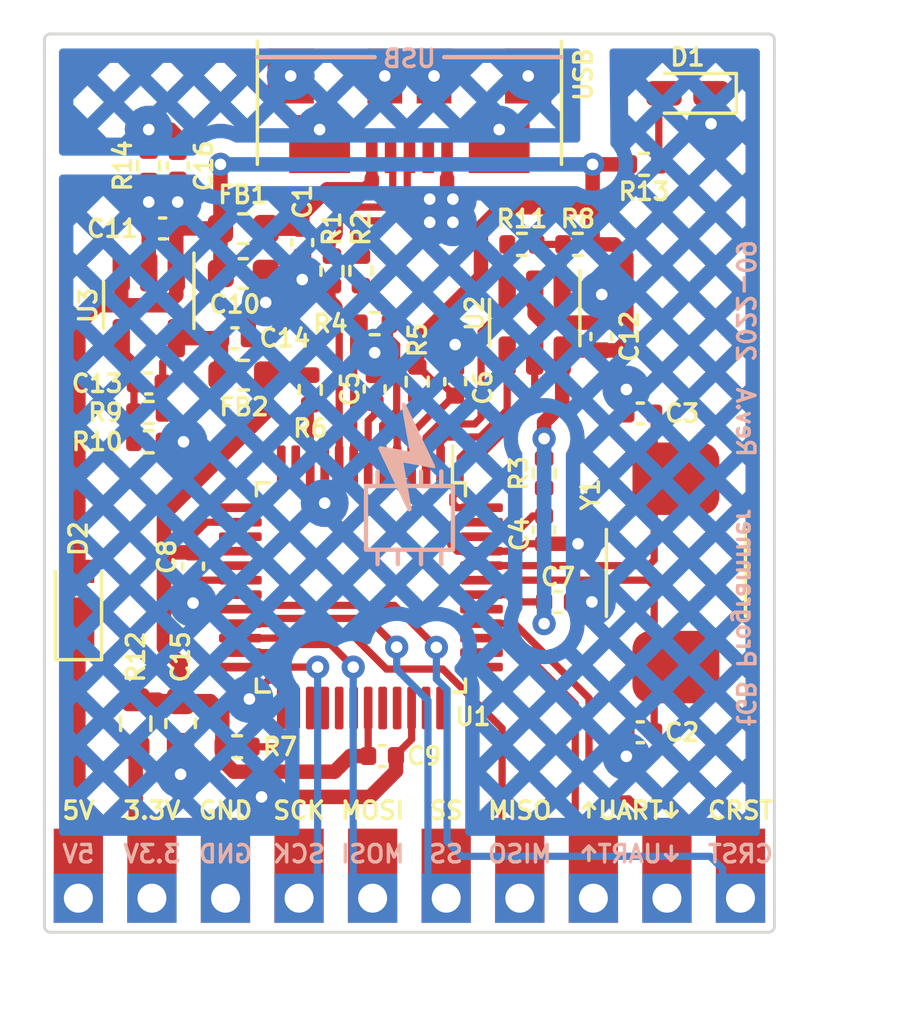
<source format=kicad_pcb>
(kicad_pcb (version 20211014) (generator pcbnew)
  (layers (0 "F.Cu" signal) (31 "B.Cu" signal) (34 "B.Paste" user) (35 "F.Paste" user) (36 "B.SilkS" user "B.Silkscreen") (37 "F.SilkS" user "F.Silkscreen") (38 "B.Mask" user) (39 "F.Mask" user) (44 "Edge.Cuts" user))
  (net 0 "")
  (net 1 "/VBUS")
  (net 2 "GND")
  (net 3 "Net-(C2-Pad1)")
  (net 4 "/AVCC")
  (net 5 "+5V")
  (net 6 "+3V3")
  (net 7 "/3V3VO")
  (net 8 "Net-(C13-Pad2)")
  (net 9 "/USB_DP")
  (net 10 "/+5V_GB")
  (net 12 "/+3V3_GB")
  (net 13 "/SCK")
  (net 14 "/MOSI")
  (net 15 "/SS")
  (net 16 "/MISO")
  (net 17 "/UART_RXD")
  (net 18 "/UART_TXD")
  (net 19 "/~{CRESET}")
  (net 20 "Net-(R4-Pad2)")
  (net 21 "Net-(R5-Pad1)")
  (net 22 "Net-(R6-Pad1)")
  (net 23 "Net-(R7-Pad1)")
  (net 24 "Net-(R11-Pad1)")
  (net 29 "/EEDATA")
  (net 32 "/EECLK")
  (net 35 "/USB_DM")
  (net 46 "/EECS")
  (net 47 "/USB_D-")
  (net 48 "/USB_D+")
  (net 49 "Net-(D1-Pad2)")
  (net 50 "Net-(C5-Pad2)")
  (net 51 "Net-(C3-Pad1)")
  (net 52 "/SHIELD")
  (footprint "Capacitor_SMD:C_0402_1005Metric" (layer "F.Cu") (at 79.225 79.4425 -90)
    (fp_text reference "C12")
    (fp_text value "0.1μF")
  )
  (footprint "Inductor_SMD:L_0603_1608Metric" (layer "F.Cu") (at 66.8825 80.775)
    (fp_text reference "FB2")
    (fp_text value "MPZ1608S601ATA00")
  )
  (footprint "Resistor_SMD:R_0402_1005Metric" (layer "F.Cu") (at 80.7 73.5)
    (fp_text reference "R13")
    (fp_text value "4.7kΩ")
  )
  (footprint "Capacitor_SMD:C_0402_1005Metric" (layer "F.Cu") (at 77.73 88.6)
    (fp_text reference "C7")
    (fp_text value "0.1μF")
  )
  (footprint "Package_QFP:LQFP-48_7x7mm_P0.5mm" (layer "F.Cu") (at 70.925 88.1 -90)
    (fp_text reference "U1")
    (fp_text value "FT2232D")
  )
  (footprint "Resistor_SMD:R_0402_1005Metric" (layer "F.Cu") (at 69.925 77.175 -90)
    (fp_text reference "R1")
    (fp_text value "27Ω")
  )
  (footprint "Capacitor_SMD:C_0402_1005Metric" (layer "F.Cu") (at 64.08 75.7125 180)
    (fp_text reference "C11")
    (fp_text value "0.1μF")
  )
  (footprint "Diode_SMD:D_TUMD2" (layer "F.Cu") (at 61.17 88.795 90)
    (fp_text reference "D2")
    (fp_text value "RSX101VAM-30TR")
  )
  (footprint "Resistor_SMD:R_0603_1608Metric" (layer "F.Cu") (at 63.15 92.8 -90)
    (fp_text reference "R12")
    (fp_text value "DNP")
  )
  (footprint "Resistor_SMD:R_0402_1005Metric" (layer "F.Cu") (at 63.6 73.55 -90)
    (fp_text reference "R14")
    (fp_text value "DNP")
  )
  (footprint "Capacitor_SMD:C_0603_1608Metric" (layer "F.Cu") (at 64.7 92.8 -90)
    (fp_text reference "C15")
    (fp_text value "DNP")
  )
  (footprint "Capacitor_SMD:C_0402_1005Metric" (layer "F.Cu") (at 63.6 81.0625 180)
    (fp_text reference "C13")
    (fp_text value "47pF")
  )
  (footprint "Pin_Sidemount:PinSocket_1x10_P2.54_Sidemount" (layer "F.Cu") (at 61.17 98.05)
    (fp_text reference "J2" hide)
    (fp_text value "PROG_PORT")
  )
  (footprint "Resistor_SMD:R_0402_1005Metric" (layer "F.Cu") (at 72.87 81 90)
    (fp_text reference "R5")
    (fp_text value "47kΩ")
  )
  (footprint "Resistor_SMD:R_0402_1005Metric" (layer "F.Cu") (at 63.6 82.0625 180)
    (fp_text reference "R9")
    (fp_text value "120kΩ")
  )
  (footprint "Capacitor_SMD:C_0402_1005Metric" (layer "F.Cu") (at 66.575 79.5025)
    (fp_text reference "C14")
    (fp_text value "4.7μF")
  )
  (footprint "Resistor_SMD:R_0402_1005Metric" (layer "F.Cu") (at 76.485 76.263052 180)
    (fp_text reference "R11")
    (fp_text value "2.2kΩ")
  )
  (footprint "Resistor_SMD:R_0402_1005Metric" (layer "F.Cu") (at 77.25 84.165 90)
    (fp_text reference "R3")
    (fp_text value "470Ω")
  )
  (footprint "Inductor_SMD:L_0603_1608Metric" (layer "F.Cu") (at 66.8625 75.72 180)
    (fp_text reference "FB1")
    (fp_text value "MPZ1608S601ATA00")
  )
  (footprint "ZX62R-B-5P:ZX62R-B-5P" (layer "F.Cu") (at 72.6 69 180)
    (fp_text reference "J1")
    (fp_text value "ZX62R-B-5P")
  )
  (footprint "Capacitor_SMD:C_0402_1005Metric" (layer "F.Cu") (at 65.13 87.37 -90)
    (fp_text reference "C8")
    (fp_text value "0.1μF")
  )
  (footprint "Package_TO_SOT_SMD:SOT-23-5" (layer "F.Cu") (at 63.6 78.3625 -90)
    (fp_text reference "U3")
    (fp_text value "TPS79901DDCR")
  )
  (footprint "Capacitor_SMD:C_0402_1005Metric" (layer "F.Cu") (at 71.655 93.92)
    (fp_text reference "C9")
    (fp_text value "0.1μF")
  )
  (footprint "Resistor_SMD:R_0402_1005Metric" (layer "F.Cu") (at 71.4 79)
    (fp_text reference "R4")
    (fp_text value "1.5kΩ")
  )
  (footprint "Capacitor_SMD:C_0402_1005Metric" (layer "F.Cu") (at 74.18 81 90)
    (fp_text reference "C6")
    (fp_text value "0.1μF")
  )
  (footprint "Resistor_SMD:R_0402_1005Metric" (layer "F.Cu") (at 78.415 76.263052)
    (fp_text reference "R8")
    (fp_text value "10kΩ")
  )
  (footprint "Resistor_SMD:R_0402_1005Metric" (layer "F.Cu") (at 66.65 93.6 180)
    (fp_text reference "R7")
    (fp_text value "47kΩ")
  )
  (footprint "Capacitor_SMD:C_0402_1005Metric" (layer "F.Cu") (at 80.57 93.1 180)
    (fp_text reference "C2")
    (fp_text value "47pF")
  )
  (footprint "Resistor_SMD:R_0402_1005Metric" (layer "F.Cu") (at 63.6 83.075)
    (fp_text reference "R10")
    (fp_text value "68kΩ")
  )
  (footprint "Capacitor_SMD:C_0402_1005Metric" (layer "F.Cu") (at 71.4 81.25 -90)
    (fp_text reference "C5")
    (fp_text value "33nF")
  )
  (footprint "Resistor_SMD:R_0402_1005Metric" (layer "F.Cu") (at 69.175 81.285 90)
    (fp_text reference "R6")
    (fp_text value "47kΩ")
  )
  (footprint "Capacitor_SMD:C_0402_1005Metric" (layer "F.Cu") (at 64.6 73.55 -90)
    (fp_text reference "C16")
    (fp_text value "10nF")
  )
  (footprint "Capacitor_SMD:C_0603_1608Metric" (layer "F.Cu") (at 66.8625 77.265)
    (fp_text reference "C10")
    (fp_text value "10μF")
  )
  (footprint "Capacitor_SMD:C_0402_1005Metric" (layer "F.Cu") (at 68.9 76.2 -90)
    (fp_text reference "C1")
    (fp_text value "10nF")
  )
  (footprint "Capacitor_SMD:C_0402_1005Metric" (layer "F.Cu") (at 80.57 82.1 180)
    (fp_text reference "C3")
    (fp_text value "47pF")
  )
  (footprint "LED_Addition:LED_0603_1608Metric_Castellated" (layer "F.Cu") (at 82.2 71.05 180)
    (fp_text reference "D1")
    (fp_text value "SML-E12V8WT86")
  )
  (footprint "Resistor_SMD:R_0402_1005Metric" (layer "F.Cu") (at 70.925 77.175 90)
    (fp_text reference "R2")
    (fp_text value "27Ω")
  )
  (footprint "Package_TO_SOT_SMD:SOT-23-6" (layer "F.Cu") (at 76.925 78.9625 -90)
    (fp_text reference "U2")
    (fp_text value "93LC56BT-I/OT")
  )
  (footprint "Capacitor_SMD:C_0402_1005Metric" (layer "F.Cu") (at 77.25 86.115 -90)
    (fp_text reference "C4")
    (fp_text value "0.1μF")
  )
  (footprint "Crystal:Crystal_SMD_TXC_AX_8045-2Pin_8.0x4.5mm" (layer "F.Cu") (at 81.8 87.6 90)
    (fp_text reference "Y1")
    (fp_text value "NX8045GB-6MHZ-STD-CSF-3")
  )
  (gr_line (start 73.7 84.6) (end 73.7 84.1) (layer "B.SilkS") (width 0.15))
  (gr_line (start 78.995 97.23) (end 78.795 97.03) (layer "B.SilkS") (width 0.12))
  (gr_line (start 81.84 97.32) (end 81.64 97.52) (layer "B.SilkS") (width 0.12))
  (gr_line (start 73 84.6) (end 73 84.1) (layer "B.SilkS") (width 0.15))
  (gr_line (start 73.7 87.3) (end 73.7 86.8) (layer "B.SilkS") (width 0.15))
  (gr_line (start 81.64 97.03) (end 81.64 97.52) (layer "B.SilkS") (width 0.12))
  (gr_line (start 78.795 97.03) (end 78.595 97.23) (layer "B.SilkS") (width 0.12))
  (gr_line (start 81.64 97.52) (end 81.44 97.32) (layer "B.SilkS") (width 0.12))
  (gr_line (start 78.795 97.03) (end 78.795 97.52) (layer "B.SilkS") (width 0.12))
  (gr_line (start 73 87.3) (end 73 86.8) (layer "B.SilkS") (width 0.15))
  (gr_rect (start 74.1 84.6) (end 71.1 86.8) (layer "B.SilkS") (width 0.15) (fill none))
  (gr_line (start 72.2 84.6) (end 72.2 84.1) (layer "B.SilkS") (width 0.15))
  (gr_line (start 73.8 69.8) (end 77.85 69.8) (layer "B.SilkS") (width 0.15))
  (gr_poly (pts (xy 73.4 83.9) (xy 72.3 83.7) (xy 72.6 85.4) (xy 71.6 83.3) (xy 72.7 83.5) (xy 72.4 81.8)) (layer "B.SilkS") (width 0.15) (fill solid))
  (gr_line (start 71.5 84.6) (end 71.5 84.1) (layer "B.SilkS") (width 0.15))
  (gr_line (start 71.4 69.8) (end 67.35 69.8) (layer "B.SilkS") (width 0.15))
  (gr_line (start 72.2 87.3) (end 72.2 86.8) (layer "B.SilkS") (width 0.15))
  (gr_line (start 71.5 87.3) (end 71.5 86.8) (layer "B.SilkS") (width 0.15))
  (gr_line (start 78.795 95.53) (end 78.795 96.02) (layer "F.SilkS") (width 0.12))
  (gr_line (start 78.795 95.53) (end 78.995 95.73) (layer "F.SilkS") (width 0.12))
  (gr_line (start 78.595 95.73) (end 78.795 95.53) (layer "F.SilkS") (width 0.12))
  (gr_line (start 81.64 95.53) (end 81.64 96.02) (layer "F.SilkS") (width 0.12))
  (gr_line (start 81.44 95.82) (end 81.64 96.02) (layer "F.SilkS") (width 0.12))
  (gr_line (start 81.64 96.02) (end 81.84 95.82) (layer "F.SilkS") (width 0.12))
  (gr_line (start 60.2 100) (end 85 100) (layer "Edge.Cuts") (width 0.1))
  (gr_arc (start 60 69.2) (mid 60.058579 69.058579) (end 60.2 69) (layer "Edge.Cuts") (width 0.1))
  (gr_line (start 85 69) (end 60.2 69) (layer "Edge.Cuts") (width 0.1))
  (gr_arc (start 85.2 99.8) (mid 85.141421 99.941421) (end 85 100) (layer "Edge.Cuts") (width 0.1))
  (gr_line (start 85.2 99.8) (end 85.2 69.2) (layer "Edge.Cuts") (width 0.1))
  (gr_arc (start 85 69) (mid 85.141421 69.058579) (end 85.2 69.2) (layer "Edge.Cuts") (width 0.1))
  (gr_arc (start 60.200001 99.999999) (mid 60.05858 99.94142) (end 60.000001 99.799999) (layer "Edge.Cuts") (width 0.1))
  (gr_line (start 60 69.2) (end 60 99.8) (layer "Edge.Cuts") (width 0.1))
  (gr_text "MOSI" (at 71.33 97.3) (layer "B.SilkS") (effects (font (size 0.6 0.6) (thickness 0.12)) (justify mirror)))
  (gr_text "SCK" (at 68.79 97.3) (layer "B.SilkS") (effects (font (size 0.6 0.6) (thickness 0.12)) (justify mirror)))
  (gr_text "CRST" (at 84.03 97.3) (layer "B.SilkS") (effects (font (size 0.6 0.6) (thickness 0.12)) (justify mirror)))
  (gr_text "3.3V" (at 63.71 97.3) (layer "B.SilkS") (effects (font (size 0.6 0.6) (thickness 0.12)) (justify mirror)))
  (gr_text "tGB Programmer    Rev.A  2022-09" (at 84.2 84.5 270) (layer "B.SilkS") (effects (font (size 0.6 0.6) (thickness 0.12)) (justify mirror)))
  (gr_text "UART" (at 80.21 97.3) (layer "B.SilkS") (effects (font (size 0.6 0.6) (thickness 0.12)) (justify mirror)))
  (gr_text "5V" (at 61.17 97.3) (layer "B.SilkS") (effects (font (size 0.6 0.6) (thickness 0.12)) (justify mirror)))
  (gr_text "GND" (at 66.25 97.3) (layer "B.SilkS") (effects (font (size 0.6 0.6) (thickness 0.12)) (justify mirror)))
  (gr_text "SS" (at 73.864 97.3) (layer "B.SilkS") (effects (font (size 0.6 0.6) (thickness 0.12)) (justify mirror)))
  (gr_text "USB" (at 72.6 69.85) (layer "B.SilkS") (effects (font (size 0.6 0.6) (thickness 0.12)) (justify mirror)))
  (gr_text "MISO" (at 76.41 97.3) (layer "B.SilkS") (effects (font (size 0.6 0.6) (thickness 0.12)) (justify mirror)))
  (gr_text "5V" (at 61.17 95.8) (layer "F.SilkS") (effects (font (size 0.6 0.6) (thickness 0.12))))
  (gr_text "UART" (at 80.23 95.8) (layer "F.SilkS") (effects (font (size 0.6 0.6) (thickness 0.12))))
  (gr_text "3.3V" (at 63.71 95.8) (layer "F.SilkS") (effects (font (size 0.6 0.6) (thickness 0.12))))
  (gr_text "CRST" (at 84.03 95.8) (layer "F.SilkS") (effects (font (size 0.6 0.6) (thickness 0.12))))
  (gr_text "MISO" (at 76.41 95.8) (layer "F.SilkS") (effects (font (size 0.6 0.6) (thickness 0.12))))
  (gr_text "MOSI" (at 71.33 95.8) (layer "F.SilkS") (effects (font (size 0.6 0.6) (thickness 0.12))))
  (gr_text "SCK" (at 68.79 95.8) (layer "F.SilkS") (effects (font (size 0.6 0.6) (thickness 0.12))))
  (gr_text "SS" (at 73.87 95.8) (layer "F.SilkS") (effects (font (size 0.6 0.6) (thickness 0.12))))
  (gr_text "GND" (at 66.25 95.8) (layer "F.SilkS") (effects (font (size 0.6 0.6) (thickness 0.12))))
  (gr_text "USB" (at 78.6 70.405 90) (layer "F.SilkS") (effects (font (size 0.6 0.6) (thickness 0.12))))
  (segment (start 68.9 75.72) (end 67.65 75.72) (width 0.5) (layer "F.Cu") (net 1))
  (segment (start 71.3 73.125) (end 71.3 73.98) (width 0.4) (layer "F.Cu") (net 1))
  (segment (start 69.76 74.36) (end 68.9 75.22) (width 0.5) (layer "F.Cu") (net 1))
  (segment (start 71.09 74.36) (end 69.76 74.36) (width 0.5) (layer "F.Cu") (net 1))
  (segment (start 68.9 75.22) (end 68.9 75.72) (width 0.5) (layer "F.Cu") (net 1))
  (segment (start 71.3 73.98) (end 71.3 74.15) (width 0.5) (layer "F.Cu") (net 1))
  (segment (start 71.3 74.15) (end 71.09 74.36) (width 0.5) (layer "F.Cu") (net 1))
  (segment (start 71.245 95.33) (end 72.135 94.44) (width 0.5) (layer "F.Cu") (net 2))
  (segment (start 64.6 74.03) (end 64.6 74.8) (width 0.5) (layer "F.Cu") (net 2))
  (segment (start 67.055 79.5025) (end 67.055 78.85) (width 0.5) (layer "F.Cu") (net 2))
  (segment (start 72.675 92.2625) (end 72.675 93.34) (width 0.25) (layer "F.Cu") (net 2))
  (segment (start 72.135 94.44) (end 72.135 93.92) (width 0.5) (layer "F.Cu") (net 2))
  (segment (start 73.9 74.5) (end 74.1 74.7) (width 0.5) (layer "F.Cu") (net 2))
  (segment (start 63.6 75.7125) (end 63.6 74.8) (width 0.5) (layer "F.Cu") (net 2))
  (segment (start 80.09 93.1) (end 80.09 93.93) (width 0.5) (layer "F.Cu") (net 2))
  (segment (start 66.7625 87.85) (end 65.13 87.85) (width 0.25) (layer "F.Cu") (net 2))
  (segment (start 78.9 88.6) (end 78.21 88.6) (width 0.5) (layer "F.Cu") (net 2))
  (segment (start 73.3 74.7) (end 73.3 75.5) (width 0.8) (layer "F.Cu") (net 2))
  (segment (start 83.0125 71.05) (end 83.0125 72.1) (width 0.5) (layer "F.Cu") (net 2))
  (segment (start 80.09 82.1) (end 80.09 81.27) (width 0.5) (layer "F.Cu") (net 2))
  (segment (start 79.225 78.9625) (end 79.225 78.008052) (width 0.5) (layer "F.Cu") (net 2))
  (segment (start 64.11 83.075) (end 64.8 83.075) (width 0.4) (layer "F.Cu") (net 2))
  (segment (start 79.225 78.9625) (end 77.225 78.9625) (width 0.5) (layer "F.Cu") (net 2))
  (segment (start 72.135 93.88) (end 72.135 93.92) (width 0.25) (layer "F.Cu") (net 2))
  (segment (start 67.725 91.3) (end 67.075 91.95) (width 0.25) (layer "F.Cu") (net 2))
  (segment (start 73.9 73.125) (end 73.9 73.98) (width 0.4) (layer "F.Cu") (net 2))
  (segment (start 63.6 74.8) (end 64.6 74.8) (width 0.8) (layer "F.Cu") (net 2))
  (segment (start 75.0875 86.85) (end 76.38 86.85) (width 0.25) (layer "F.Cu") (net 2))
  (segment (start 73.9 73.98) (end 73.9 74.5) (width 0.5) (layer "F.Cu") (net 2))
  (segment (start 65.13 87.85) (end 65.13 88.64) (width 0.5) (layer "F.Cu") (net 2))
  (segment (start 67.495 95.33) (end 71.245 95.33) (width 0.5) (layer "F.Cu") (net 2))
  (segment (start 68.9 76.68) (end 68.9 77.475) (width 0.5) (layer "F.Cu") (net 2))
  (segment (start 72.675 93.34) (end 72.135 93.88) (width 0.25) (layer "F.Cu") (net 2))
  (segment (start 74.025 86.625) (end 74.025 86.075) (width 0.25) (layer "F.Cu") (net 2))
  (segment (start 71.4 80.77) (end 71.4 80) (width 0.5) (layer "F.Cu") (net 2))
  (segment (start 63.6 74.06) (end 63.6 74.8) (width 0.5) (layer "F.Cu") (net 2))
  (segment (start 67.055 78.85) (end 67.6375 78.2675) (width 0.5) (layer "F.Cu") (net 2))
  (segment (start 75.0875 86.85) (end 74.25 86.85) (width 0.25) (layer "F.Cu") (net 2))
  (segment (start 77.25 86.595) (end 78.42 86.595) (width 0.5) (layer "F.Cu") (net 2))
  (segment (start 67.6375 77.265) (end 67.6375 78.2675) (width 0.5) (layer "F.Cu") (net 2))
  (segment (start 68.175 92.2625) (end 68.175 91.45) (width 0.25) (layer "F.Cu") (net 2))
  (segment (start 68.025 91.3) (end 67.725 91.3) (width 0.25) (layer "F.Cu") (net 2))
  (segment (start 68.175 91.45) (end 68.025 91.3) (width 0.25) (layer "F.Cu") (net 2))
  (segment (start 79.225 78.008052) (end 79.24 77.993052) (width 0.4) (layer "F.Cu") (net 2))
  (segment (start 74.1 74.7) (end 74.1 75.5) (width 0.8) (layer "F.Cu") (net 2))
  (segment (start 73.3 74.7) (end 74.1 74.7) (width 0.8) (layer "F.Cu") (net 2))
  (segment (start 74.25 85.85) (end 75.0875 85.85) (width 0.25) (layer "F.Cu") (net 2))
  (segment (start 77.225 78.9625) (end 76.925 78.6625) (width 0.5) (layer "F.Cu") (net 2))
  (segment (start 76.38 86.85) (end 76.635 86.595) (width 0.25) (layer "F.Cu") (net 2))
  (segment (start 74.18 79.72) (end 74.18 80.52) (width 0.5) (layer "F.Cu") (net 2))
  (segment (start 73.3 75.5) (end 74.1 75.5) (width 0.8) (layer "F.Cu") (net 2))
  (segment (start 63.6 77.225) (end 63.6 75.7125) (width 0.5) (layer "F.Cu") (net 2))
  (segment (start 76.925 78.6625) (end 76.925 77.825) (width 0.5) (layer "F.Cu") (net 2))
  (segment (start 74.25 86.85) (end 74.025 86.625) (width 0.25) (layer "F.Cu") (net 2))
  (segment (start 74.025 86.075) (end 74.25 85.85) (width 0.25) (layer "F.Cu") (net 2))
  (segment (start 76.635 86.595) (end 77.25 86.595) (width 0.25) (layer "F.Cu") (net 2))
  (segment (start 64.7 93.575) (end 64.7 94.55) (width 0.5) (layer "F.Cu") (net 2))
  (segment (start 69.675 83.9375) (end 69.675 85.19) (width 0.25) (layer "F.Cu") (net 2))
  (via (at 67.6375 78.2675) (size 0.8) (drill 0.4) (layers "F.Cu" "B.Cu") (net 2))
  (via (at 68.9 77.475) (size 0.8) (drill 0.4) (layers "F.Cu" "B.Cu") (net 2))
  (via (at 65.13 88.64) (size 0.8) (drill 0.4) (layers "F.Cu" "B.Cu") (net 2))
  (via (at 78.9 88.6) (size 0.8) (drill 0.4) (layers "F.Cu" "B.Cu") (net 2))
  (via (at 80.09 81.27) (size 0.8) (drill 0.4) (layers "F.Cu" "B.Cu") (net 2))
  (via (at 73.3 74.7) (size 0.8) (drill 0.4) (layers "F.Cu" "B.Cu") (net 2))
  (via (at 69.675 85.19) (size 0.8) (drill 0.4) (layers "F.Cu" "B.Cu") (net 2))
  (via (at 80.09 93.93) (size 0.8) (drill 0.4) (layers "F.Cu" "B.Cu") (net 2))
  (via (at 64.6 74.8) (size 0.8) (drill 0.4) (layers "F.Cu" "B.Cu") (net 2))
  (via (at 71.4 80) (size 0.8) (drill 0.4) (layers "F.Cu" "B.Cu") (net 2))
  (via (at 63.6 74.8) (size 0.8) (drill 0.4) (layers "F.Cu" "B.Cu") (net 2))
  (via (at 74.1 75.5) (size 0.8) (drill 0.4) (layers "F.Cu" "B.Cu") (net 2))
  (via (at 64.7 94.55) (size 0.8) (drill 0.4) (layers "F.Cu" "B.Cu") (net 2))
  (via (at 74.1 74.7) (size 0.8) (drill 0.4) (layers "F.Cu" "B.Cu") (net 2))
  (via (at 73.3 75.5) (size 0.8) (drill 0.4) (layers "F.Cu" "B.Cu") (net 2))
  (via (at 67.495 95.33) (size 0.8) (drill 0.4) (layers "F.Cu" "B.Cu") (net 2))
  (via (at 83.0125 72.1) (size 0.8) (drill 0.4) (layers "F.Cu" "B.Cu") (net 2))
  (via (at 78.42 86.595) (size 0.8) (drill 0.4) (layers "F.Cu" "B.Cu") (net 2))
  (via (at 79.24 77.993052) (size 0.8) (drill 0.4) (layers "F.Cu" "B.Cu") (net 2))
  (via (at 67.075 91.95) (size 0.8) (drill 0.4) (layers "F.Cu" "B.Cu") (net 2))
  (via (at 64.8 83.075) (size 0.8) (drill 0.4) (layers "F.Cu" "B.Cu") (net 2))
  (via (at 74.18 79.72) (size 0.8) (drill 0.4) (layers "F.Cu" "B.Cu") (net 2))
  (segment (start 81.05 88.05) (end 81.05 90.1) (width 0.25) (layer "F.Cu") (net 3))
  (segment (start 81.05 90.1) (end 81.8 90.85) (width 0.25) (layer "F.Cu") (net 3))
  (segment (start 80.85 87.85) (end 81.05 88.05) (width 0.25) (layer "F.Cu") (net 3))
  (segment (start 75.0875 87.85) (end 80.85 87.85) (width 0.25) (layer "F.Cu") (net 3))
  (segment (start 81.05 91.6) (end 81.8 90.85) (width 0.25) (layer "F.Cu") (net 3))
  (segment (start 81.05 93.1) (end 81.05 91.6) (width 0.25) (layer "F.Cu") (net 3))
  (segment (start 75.0875 86.35) (end 76.14 86.35) (width 0.25) (layer "F.Cu") (net 4))
  (segment (start 76.855 85.635) (end 77.25 85.635) (width 0.25) (layer "F.Cu") (net 4))
  (segment (start 77.25 85.635) (end 77.25 84.675) (width 0.5) (layer "F.Cu") (net 4))
  (segment (start 76.14 86.35) (end 76.855 85.635) (width 0.25) (layer "F.Cu") (net 4))
  (segment (start 74.145 81.48) (end 73.665 81) (width 0.25) (layer "F.Cu") (net 5))
  (segment (start 73.491396 81.97) (end 73.65 81.97) (width 0.25) (layer "F.Cu") (net 5))
  (segment (start 64.2 78.3625) (end 62.65 78.3625) (width 0.5) (layer "F.Cu") (net 5))
  (segment (start 75.07 77.38) (end 75.07 75.68) (width 0.5) (layer "F.Cu") (net 5))
  (segment (start 66.075 77.2525) (end 66.0875 77.265) (width 0.4) (layer "F.Cu") (net 5))
  (segment (start 77.25 82.4) (end 77.875 81.775) (width 0.5) (layer "F.Cu") (net 5))
  (segment (start 76.225 88.35) (end 75.0875 88.35) (width 0.25) (layer "F.Cu") (net 5))
  (segment (start 78.925 76.263052) (end 78.925 74.98) (width 0.5) (layer "F.Cu") (net 5))
  (segment (start 72.87 80.49) (end 72.87 79.58) (width 0.5) (layer "F.Cu") (net 5))
  (segment (start 77.25 83.655) (end 77.25 82.965) (width 0.5) (layer "F.Cu") (net 5))
  (segment (start 64.55 77.225) (end 64.55 75.7225) (width 0.5) (layer "F.Cu") (net 5))
  (segment (start 64.55 78.0125) (end 64.2 78.3625) (width 0.5) (layer "F.Cu") (net 5))
  (segment (start 72.675 83.9375) (end 72.675 82.786396) (width 0.25) (layer "F.Cu") (net 5))
  (segment (start 77.25 83) (end 77.25 82.4) (width 0.5) (layer "F.Cu") (net 5))
  (segment (start 73.65 81.97) (end 74.14 81.48) (width 0.25) (layer "F.Cu") (net 5))
  (segment (start 77.875 81.775) (end 77.875 80.1) (width 0.5) (layer "F.Cu") (net 5))
  (segment (start 72.87 79.58) (end 75.07 77.38) (width 0.5) (layer "F.Cu") (net 5))
  (segment (start 64.55 75.7225) (end 64.56 75.7125) (width 0.4) (layer "F.Cu") (net 5))
  (segment (start 62.65 78.3625) (end 61.8275 78.3625) (width 0.5) (layer "F.Cu") (net 5))
  (segment (start 66.075 75.72) (end 66.075 73.5) (width 0.5) (layer "F.Cu") (net 5))
  (segment (start 72.675 82.786396) (end 73.491396 81.97) (width 0.25) (layer "F.Cu") (net 5))
  (segment (start 77.25 88.6) (end 77.25 89.35) (width 0.5) (layer "F.Cu") (net 5))
  (segment (start 75.07 75.68) (end 75.77 74.98) (width 0.5) (layer "F.Cu") (net 5))
  (segment (start 64.56 75.7125) (end 66.0675 75.7125) (width 0.5) (layer "F.Cu") (net 5))
  (segment (start 75.77 74.98) (end 78.925 74.98) (width 0.5) (layer "F.Cu") (net 5))
  (segment (start 79.790552 79.9225) (end 79.225 79.9225) (width 0.5) (layer "F.Cu") (net 5))
  (segment (start 72.92 80.49) (end 72.87 80.49) (width 0.25) (layer "F.Cu") (net 5))
  (segment (start 80.09 79.623052) (end 79.790552 79.9225) (width 0.5) (layer "F.Cu") (net 5))
  (segment (start 64.55 77.225) (end 64.55 78.0125) (width 0.5) (layer "F.Cu") (net 5))
  (segment (start 74.18 81.48) (end 74.145 81.48) (width 0.25) (layer "F.Cu") (net 5))
  (segment (start 77.25 88.6) (end 76.475 88.6) (width 0.25) (layer "F.Cu") (net 5))
  (segment (start 80.19 73.5) (end 78.925 73.5) (width 0.5) (layer "F.Cu") (net 5))
  (segment (start 74.14 81.48) (end 74.18 81.48) (width 0.25) (layer "F.Cu") (net 5))
  (segment (start 73.43 81) (end 72.92 80.49) (width 0.25) (layer "F.Cu") (net 5))
  (segment (start 78.925 76.263052) (end 79.673052 76.263052) (width 0.5) (layer "F.Cu") (net 5))
  (segment (start 80.09 76.68) (end 80.09 79.623052) (width 0.5) (layer "F.Cu") (net 5))
  (segment (start 62.65 78.3625) (end 62.65 77.225) (width 0.5) (layer "F.Cu") (net 5))
  (segment (start 73.665 81) (end 73.43 81) (width 0.25) (layer "F.Cu") (net 5))
  (segment (start 61.8275 78.3625) (end 61.17 79.02) (width 0.5) (layer "F.Cu") (net 5))
  (segment (start 79.225 79.9225) (end 78.0525 79.9225) (width 0.5) (layer "F.Cu") (net 5))
  (segment (start 78.925 74.98) (end 78.925 73.5) (width 0.5) (layer "F.Cu") (net 5))
  (segment (start 78.0525 79.9225) (end 77.875 80.1) (width 0.5) (layer "F.Cu") (net 5))
  (segment (start 61.17 79.02) (end 61.17 87.575) (width 0.5) (layer "F.Cu") (net 5))
  (segment (start 79.673052 76.263052) (end 80.09 76.68) (width 0.5) (layer "F.Cu") (net 5))
  (segment (start 76.475 88.6) (end 76.225 88.35) (width 0.25) (layer "F.Cu") (net 5))
  (segment (start 66.075 75.72) (end 66.075 77.2525) (width 0.5) (layer "F.Cu") (net 5))
  (via (at 77.25 89.35) (size 0.8) (drill 0.4) (layers "F.Cu" "B.Cu") (net 5))
  (via (at 78.925 73.5) (size 0.8) (drill 0.4) (layers "F.Cu" "B.Cu") (net 5))
  (via (at 66.075 73.5) (size 0.8) (drill 0.4) (layers "F.Cu" "B.Cu") (net 5))
  (via (at 77.25 82.965) (size 0.8) (drill 0.4) (layers "F.Cu" "B.Cu") (net 5))
  (segment (start 66.075 73.5) (end 78.925 73.5) (width 0.5) (layer "B.Cu") (net 5))
  (segment (start 77.25 89.35) (end 77.25 83) (width 0.5) (layer "B.Cu") (net 5))
  (segment (start 63.975 92.025) (end 63.925 91.975) (width 0.5) (layer "F.Cu") (net 6))
  (segment (start 64.7 90.75) (end 64.125 90.175) (width 0.5) (layer "F.Cu") (net 6))
  (segment (start 64.7 92.025) (end 63.975 92.025) (width 0.5) (layer "F.Cu") (net 6))
  (segment (start 64.125 90.175) (end 64.125 86.89) (width 0.5) (layer "F.Cu") (net 6))
  (segment (start 70.015 94.46) (end 70.555 93.92) (width 0.5) (layer "F.Cu") (net 6))
  (segment (start 64.125 85.575) (end 64.125 86.89) (width 0.5) (layer "F.Cu") (net 6))
  (segment (start 65.13 86.31) (end 65.59 85.85) (width 0.25) (layer "F.Cu") (net 6))
  (segment (start 66.14 93.6) (end 66.14 94.065) (width 0.5) (layer "F.Cu") (net 6))
  (segment (start 65.59 85.85) (end 66.7625 85.85) (width 0.25) (layer "F.Cu") (net 6))
  (segment (start 70.555 93.92) (end 71.175 93.92) (width 0.5) (layer "F.Cu") (net 6))
  (segment (start 65.725 92.025) (end 66.14 92.44) (width 0.5) (layer "F.Cu") (net 6))
  (segment (start 65.13 86.89) (end 65.13 86.31) (width 0.25) (layer "F.Cu") (net 6))
  (segment (start 67.67 80.775) (end 67.67 82.03) (width 0.5) (layer "F.Cu") (net 6))
  (segment (start 66.14 94.065) (end 66.535 94.46) (width 0.5) (layer "F.Cu") (net 6))
  (segment (start 67.67 82.03) (end 64.125 85.575) (width 0.5) (layer "F.Cu") (net 6))
  (segment (start 64.7 92.025) (end 65.725 92.025) (width 0.5) (layer "F.Cu") (net 6))
  (segment (start 63.925 91.975) (end 63.15 91.975) (width 0.5) (layer "F.Cu") (net 6))
  (segment (start 64.7 92.025) (end 64.7 90.75) (width 0.5) (layer "F.Cu") (net 6))
  (segment (start 66.535 94.46) (end 70.015 94.46) (width 0.5) (layer "F.Cu") (net 6))
  (segment (start 64.125 86.89) (end 65.13 86.89) (width 0.5) (layer "F.Cu") (net 6))
  (segment (start 67.67 80.775) (end 69.175 80.775) (width 0.5) (layer "F.Cu") (net 6))
  (segment (start 71.175 93.92) (end 71.175 92.2625) (width 0.25) (layer "F.Cu") (net 6))
  (segment (start 66.14 93.6) (end 66.14 92.44) (width 0.5) (layer "F.Cu") (net 6))
  (segment (start 64.11 81.0925) (end 64.08 81.0625) (width 0.25) (layer "F.Cu") (net 7))
  (segment (start 64.11 82.0625) (end 64.11 81.0925) (width 0.25) (layer "F.Cu") (net 7))
  (segment (start 66.095 79.5025) (end 66.095 80.775) (width 0.5) (layer "F.Cu") (net 7))
  (segment (start 64.55 79.5) (end 66.0925 79.5) (width 0.5) (layer "F.Cu") (net 7))
  (segment (start 64.55 79.865) (end 64.55 79.5) (width 0.25) (layer "F.Cu") (net 7))
  (segment (start 64.08 80.335) (end 64.55 79.865) (width 0.25) (layer "F.Cu") (net 7))
  (segment (start 66.0925 79.5) (end 66.095 79.5025) (width 0.4) (layer "F.Cu") (net 7))
  (segment (start 64.08 81.0625) (end 64.08 80.335) (width 0.25) (layer "F.Cu") (net 7))
  (segment (start 63.09 82.0625) (end 63.09 83.075) (width 0.25) (layer "F.Cu") (net 8))
  (segment (start 63.12 81.0625) (end 63.12 80.335) (width 0.25) (layer "F.Cu") (net 8))
  (segment (start 63.09 82.0625) (end 63.09 81.0925) (width 0.25) (layer "F.Cu") (net 8))
  (segment (start 63.09 81.0925) (end 63.12 81.0625) (width 0.25) (layer "F.Cu") (net 8))
  (segment (start 62.65 79.865) (end 62.65 79.5) (width 0.25) (layer "F.Cu") (net 8))
  (segment (start 63.12 80.335) (end 62.65 79.865) (width 0.25) (layer "F.Cu") (net 8))
  (segment (start 70.851776 78.198224) (end 70.748223 78.301777) (width 0.25) (layer "F.Cu") (net 9))
  (segment (start 70.675 83.9375) (end 70.675 79) (width 0.25) (layer "F.Cu") (net 9))
  (segment (start 70.925 77.685) (end 70.925 78.021447) (width 0.25) (layer "F.Cu") (net 9))
  (segment (start 70.89 79) (end 70.675 79) (width 0.25) (layer "F.Cu") (net 9))
  (segment (start 70.675 79) (end 70.675 78.478553) (width 0.25) (layer "F.Cu") (net 9))
  (arc (start 70.748223 78.301777) (mid 70.69403 78.382883) (end 70.675 78.478553) (width 0.25) (layer "F.Cu") (net 9))
  (arc (start 70.851776 78.198224) (mid 70.905969 78.117118) (end 70.925 78.021447) (width 0.25) (layer "F.Cu") (net 9))
  (segment (start 61.17 89.475) (end 61.17 98.05) (width 0.5) (layer "F.Cu") (net 10))
  (segment (start 63.15 93.625) (end 63.15 97.49) (width 0.5) (layer "F.Cu") (net 12))
  (segment (start 63.15 97.49) (end 63.71 98.05) (width 0.5) (layer "F.Cu") (net 12))
  (segment (start 66.7625 90.85) (end 69.43 90.85) (width 0.25) (layer "F.Cu") (net 13))
  (via (at 69.43 90.85) (size 0.8) (drill 0.4) (layers "F.Cu" "B.Cu") (net 13))
  (segment (start 69.43 98.185) (end 68.79 98.825) (width 0.25) (layer "B.Cu") (net 13))
  (segment (start 69.43 90.85) (end 69.43 98.185) (width 0.25) (layer "B.Cu") (net 13))
  (segment (start 68.404188 90.07) (end 68.124188 90.35) (width 0.25) (layer "F.Cu") (net 14))
  (segment (start 69.88 90.07) (end 68.404188 90.07) (width 0.25) (layer "F.Cu") (net 14))
  (segment (start 70.66 90.85) (end 69.88 90.07) (width 0.25) (layer "F.Cu") (net 14))
  (segment (start 68.124188 90.35) (end 66.7625 90.35) (width 0.25) (layer "F.Cu") (net 14))
  (via (at 70.66 90.85) (size 0.8) (drill 0.4) (layers "F.Cu" "B.Cu") (net 14))
  (segment (start 70.66 98.155) (end 71.33 98.825) (width 0.25) (layer "B.Cu") (net 14))
  (segment (start 70.66 90.85) (end 70.66 98.155) (width 0.25) (layer "B.Cu") (net 14))
  (segment (start 67.851396 89.35) (end 66.7625 89.35) (width 0.25) (layer "F.Cu") (net 15))
  (segment (start 72.16 90.16) (end 71.17 89.17) (width 0.25) (layer "F.Cu") (net 15))
  (segment (start 71.17 89.17) (end 68.031396 89.17) (width 0.25) (layer "F.Cu") (net 15))
  (segment (start 68.031396 89.17) (end 67.851396 89.35) (width 0.25) (layer "F.Cu") (net 15))
  (via (at 72.16 90.16) (size 0.8) (drill 0.4) (layers "F.Cu" "B.Cu") (net 15))
  (segment (start 72.16 90.16) (end 72.16 90.92) (width 0.25) (layer "B.Cu") (net 15))
  (segment (start 72.16 90.92) (end 73.24 92) (width 0.25) (layer "B.Cu") (net 15))
  (segment (start 73.24 92) (end 73.24 98.195) (width 0.25) (layer "B.Cu") (net 15))
  (segment (start 73.24 98.195) (end 73.87 98.825) (width 0.25) (layer "B.Cu") (net 15))
  (segment (start 71.8075 90.9175) (end 73.7525 90.9175) (width 0.25) (layer "F.Cu") (net 16))
  (segment (start 75.8 92.965) (end 75.8 97.44) (width 0.25) (layer "F.Cu") (net 16))
  (segment (start 68.217792 89.62) (end 70.51 89.62) (width 0.25) (layer "F.Cu") (net 16))
  (segment (start 66.7625 89.85) (end 67.987792 89.85) (width 0.25) (layer "F.Cu") (net 16))
  (segment (start 70.51 89.62) (end 71.8075 90.9175) (width 0.25) (layer "F.Cu") (net 16))
  (segment (start 67.987792 89.85) (end 68.217792 89.62) (width 0.25) (layer "F.Cu") (net 16))
  (segment (start 73.7525 90.9175) (end 75.8 92.965) (width 0.25) (layer "F.Cu") (net 16))
  (segment (start 75.8 97.44) (end 76.41 98.05) (width 0.25) (layer "F.Cu") (net 16))
  (segment (start 78.325 92.125) (end 78.325 97.425) (width 0.25) (layer "F.Cu") (net 17))
  (segment (start 76.05 89.85) (end 78.325 92.125) (width 0.25) (layer "F.Cu") (net 17))
  (segment (start 75.0875 89.85) (end 76.05 89.85) (width 0.25) (layer "F.Cu") (net 17))
  (segment (start 78.325 97.425) (end 78.95 98.05) (width 0.25) (layer "F.Cu") (net 17))
  (segment (start 80.875 96.1) (end 80.175 95.4) (width 0.25) (layer "F.Cu") (net 18))
  (segment (start 78.8 91.925) (end 76.225 89.35) (width 0.25) (layer "F.Cu") (net 18))
  (segment (start 81.49 98.05) (end 80.875 97.435) (width 0.25) (layer "F.Cu") (net 18))
  (segment (start 78.8 94.8) (end 78.8 91.925) (width 0.25) (layer "F.Cu") (net 18))
  (segment (start 79.4 95.4) (end 78.8 94.8) (width 0.25) (layer "F.Cu") (net 18))
  (segment (start 80.175 95.4) (end 79.4 95.4) (width 0.25) (layer "F.Cu") (net 18))
  (segment (start 80.875 97.435) (end 80.875 96.1) (width 0.25) (layer "F.Cu") (net 18))
  (segment (start 76.225 89.35) (end 75.0875 89.35) (width 0.25) (layer "F.Cu") (net 18))
  (segment (start 73.53 90.17) (end 72.08 88.72) (width 0.25) (layer "F.Cu") (net 19))
  (segment (start 67.845 88.72) (end 67.715 88.85) (width 0.25) (layer "F.Cu") (net 19))
  (segment (start 72.08 88.72) (end 67.845 88.72) (width 0.25) (layer "F.Cu") (net 19))
  (segment (start 67.715 88.85) (end 66.7625 88.85) (width 0.25) (layer "F.Cu") (net 19))
  (via (at 73.53 90.17) (size 0.8) (drill 0.4) (layers "F.Cu" "B.Cu") (net 19))
  (segment (start 73.9 96.87) (end 73.9 91.63) (width 0.25) (layer "B.Cu") (net 19))
  (segment (start 84.03 98.825) (end 83.4125 98.2075) (width 0.25) (layer "B.Cu") (net 19))
  (segment (start 74.41 97.38) (end 73.9 96.87) (width 0.25) (layer "B.Cu") (net 19))
  (segment (start 83.4125 98.2075) (end 83.4125 97.8125) (width 0.25) (layer "B.Cu") (net 19))
  (segment (start 82.98 97.38) (end 74.41 97.38) (width 0.25) (layer "B.Cu") (net 19))
  (segment (start 73.53 91.26) (end 73.53 90.17) (width 0.25) (layer "B.Cu") (net 19))
  (segment (start 83.4125 97.8125) (end 82.98 97.38) (width 0.25) (layer "B.Cu") (net 19))
  (segment (start 73.9 91.63) (end 73.53 91.26) (width 0.25) (layer "B.Cu") (net 19))
  (segment (start 71.91 79.484695) (end 71.91 79) (width 0.25) (layer "F.Cu") (net 20))
  (segment (start 71.675 83.9375) (end 71.675 82.5) (width 0.25) (layer "F.Cu") (net 20))
  (segment (start 71.675 82.5) (end 72.16 82.015) (width 0.25) (layer "F.Cu") (net 20))
  (segment (start 72.16 82.015) (end 72.16 79.734695) (width 0.25) (layer "F.Cu") (net 20))
  (segment (start 72.16 79.734695) (end 71.91 79.484695) (width 0.25) (layer "F.Cu") (net 20))
  (segment (start 72.175 82.65) (end 72.87 81.955) (width 0.25) (layer "F.Cu") (net 21))
  (segment (start 72.175 83.9375) (end 72.175 82.65) (width 0.25) (layer "F.Cu") (net 21))
  (segment (start 72.87 81.955) (end 72.87 81.51) (width 0.25) (layer "F.Cu") (net 21))
  (segment (start 69.175 81.795) (end 69.175 83.9375) (width 0.25) (layer "F.Cu") (net 22))
  (segment (start 68.675 92.2625) (end 68.675 93.25) (width 0.25) (layer "F.Cu") (net 23))
  (segment (start 68.325 93.6) (end 67.16 93.6) (width 0.25) (layer "F.Cu") (net 23))
  (segment (start 68.675 93.25) (end 68.325 93.6) (width 0.25) (layer "F.Cu") (net 23))
  (segment (start 77.905 76.263052) (end 77.905 77.795) (width 0.25) (layer "F.Cu") (net 24))
  (segment (start 77.905 76.263052) (end 76.995 76.263052) (width 0.25) (layer "F.Cu") (net 24))
  (segment (start 77.905 77.795) (end 77.875 77.825) (width 0.25) (layer "F.Cu") (net 24))
  (segment (start 75.735 78.965) (end 75.4 78.965) (width 0.25) (layer "F.Cu") (net 29))
  (segment (start 73.64 82.46) (end 73.175 82.925) (width 0.25) (layer "F.Cu") (net 29))
  (segment (start 73.175 82.925) (end 73.175 83.9375) (width 0.25) (layer "F.Cu") (net 29))
  (segment (start 75.075 79.29) (end 75.075 82.235) (width 0.25) (layer "F.Cu") (net 29))
  (segment (start 75.975 76.263052) (end 75.975 77.825) (width 0.25) (layer "F.Cu") (net 29))
  (segment (start 75.4 78.965) (end 75.075 79.29) (width 0.25) (layer "F.Cu") (net 29))
  (segment (start 74.85 82.46) (end 73.64 82.46) (width 0.25) (layer "F.Cu") (net 29))
  (segment (start 75.975 77.825) (end 75.975 78.725) (width 0.25) (layer "F.Cu") (net 29))
  (segment (start 75.975 78.725) (end 75.735 78.965) (width 0.25) (layer "F.Cu") (net 29))
  (segment (start 75.075 82.235) (end 74.85 82.46) (width 0.25) (layer "F.Cu") (net 29))
  (segment (start 75.04 82.91) (end 75.975 81.975) (width 0.25) (layer "F.Cu") (net 32))
  (segment (start 75.975 81.975) (end 75.975 80.1) (width 0.25) (layer "F.Cu") (net 32))
  (segment (start 73.853604 82.91) (end 75.04 82.91) (width 0.25) (layer "F.Cu") (net 32))
  (segment (start 73.675 83.088604) (end 73.853604 82.91) (width 0.25) (layer "F.Cu") (net 32))
  (segment (start 73.675 83.9375) (end 73.675 83.088604) (width 0.25) (layer "F.Cu") (net 32))
  (segment (start 70.101776 78.301776) (end 69.998223 78.198223) (width 0.25) (layer "F.Cu") (net 35))
  (segment (start 69.925 78.021447) (end 69.925 77.685) (width 0.25) (layer "F.Cu") (net 35))
  (segment (start 70.175 83.9375) (end 70.175 78.478553) (width 0.25) (layer "F.Cu") (net 35))
  (arc (start 70.101776 78.301776) (mid 70.155969 78.382882) (end 70.175 78.478553) (width 0.25) (layer "F.Cu") (net 35))
  (arc (start 69.998223 78.198223) (mid 69.94403 78.117117) (end 69.925 78.021447) (width 0.25) (layer "F.Cu") (net 35))
  (segment (start 75.24 83.36) (end 74.615 83.36) (width 0.25) (layer "F.Cu") (net 46))
  (segment (start 74.1 85.2) (end 74.25 85.35) (width 0.25) (layer "F.Cu") (net 46))
  (segment (start 74.1 84.95) (end 74.1 85.2) (width 0.25) (layer "F.Cu") (net 46))
  (segment (start 74.615 83.36) (end 74.35 83.625) (width 0.25) (layer "F.Cu") (net 46))
  (segment (start 76.925 81.675) (end 75.24 83.36) (width 0.25) (layer "F.Cu") (net 46))
  (segment (start 74.25 85.35) (end 75.0875 85.35) (width 0.25) (layer "F.Cu") (net 46))
  (segment (start 76.925 80.1) (end 76.925 81.675) (width 0.25) (layer "F.Cu") (net 46))
  (segment (start 74.35 84.7) (end 74.1 84.95) (width 0.25) (layer "F.Cu") (net 46))
  (segment (start 74.35 83.625) (end 74.35 84.7) (width 0.25) (layer "F.Cu") (net 46))
  (segment (start 70.175 75.583553) (end 70.175 75.856447) (width 0.25) (layer "F.Cu") (net 47))
  (segment (start 71.95 73.125) (end 72.025 73.2) (width 0.25) (layer "F.Cu") (net 47))
  (segment (start 70.101776 76.033224) (end 69.998223 76.136777) (width 0.25) (layer "F.Cu") (net 47))
  (segment (start 72.025 73.2) (end 72.025 74.671447) (width 0.25) (layer "F.Cu") (net 47))
  (segment (start 71.721447 74.975) (end 70.783553 74.975) (width 0.25) (layer "F.Cu") (net 47))
  (segment (start 70.606776 75.048224) (end 70.248223 75.406777) (width 0.25) (layer "F.Cu") (net 47))
  (segment (start 71.951776 74.848224) (end 71.898223 74.901777) (width 0.25) (layer "F.Cu") (net 47))
  (segment (start 69.925 76.313553) (end 69.925 76.65) (width 0.25) (layer "F.Cu") (net 47))
  (arc (start 69.998223 76.136777) (mid 69.94403 76.217883) (end 69.925 76.313553) (width 0.25) (layer "F.Cu") (net 47))
  (arc (start 72.025 74.671447) (mid 72.00597 74.767118) (end 71.951776 74.848224) (width 0.25) (layer "F.Cu") (net 47))
  (arc (start 70.783553 74.975) (mid 70.687882 74.99403) (end 70.606776 75.048224) (width 0.25) (layer "F.Cu") (net 47))
  (arc (start 70.175 75.583553) (mid 70.19403 75.487882) (end 70.248223 75.406777) (width 0.25) (layer "F.Cu") (net 47))
  (arc (start 71.721447 74.975) (mid 71.817118 74.95597) (end 71.898223 74.901777) (width 0.25) (layer "F.Cu") (net 47))
  (arc (start 70.175 75.856447) (mid 70.15597 75.952118) (end 70.101776 76.033224) (width 0.25) (layer "F.Cu") (net 47))
  (segment (start 72.093224 75.376776) (end 72.451777 75.018223) (width 0.25) (layer "F.Cu") (net 48))
  (segment (start 72.525 74.841447) (end 72.525 73.2) (width 0.25) (layer "F.Cu") (net 48))
  (segment (start 70.748224 75.576776) (end 70.801777 75.523223) (width 0.25) (layer "F.Cu") (net 48))
  (segment (start 70.675 75.856447) (end 70.675 75.753553) (width 0.25) (layer "F.Cu") (net 48))
  (segment (start 70.978553 75.45) (end 71.916447 75.45) (width 0.25) (layer "F.Cu") (net 48))
  (segment (start 70.851776 76.136776) (end 70.748223 76.033223) (width 0.25) (layer "F.Cu") (net 48))
  (segment (start 72.525 73.2) (end 72.6 73.125) (width 0.25) (layer "F.Cu") (net 48))
  (segment (start 70.925 76.65) (end 70.925 76.313553) (width 0.25) (layer "F.Cu") (net 48))
  (arc (start 72.093224 75.376776) (mid 72.012118 75.430969) (end 71.916447 75.45) (width 0.25) (layer "F.Cu") (net 48))
  (arc (start 72.451777 75.018223) (mid 72.50597 74.937117) (end 72.525 74.841447) (width 0.25) (layer "F.Cu") (net 48))
  (arc (start 70.851776 76.136776) (mid 70.905969 76.217882) (end 70.925 76.313553) (width 0.25) (layer "F.Cu") (net 48))
  (arc (start 70.801777 75.523223) (mid 70.882883 75.46903) (end 70.978553 75.45) (width 0.25) (layer "F.Cu") (net 48))
  (arc (start 70.748224 75.576776) (mid 70.694031 75.657882) (end 70.675 75.753553) (width 0.25) (layer "F.Cu") (net 48))
  (arc (start 70.675 75.856447) (mid 70.69403 75.952118) (end 70.748223 76.033223) (width 0.25) (layer "F.Cu") (net 48))
  (segment (start 81.21 73.5) (end 81.21 71.2275) (width 0.25) (layer "F.Cu") (net 49))
  (segment (start 81.21 71.2275) (end 81.3875 71.05) (width 0.25) (layer "F.Cu") (net 49))
  (segment (start 71.4 82.125) (end 71.4 81.73) (width 0.25) (layer "F.Cu") (net 50))
  (segment (start 71.175 83.9375) (end 71.175 82.35) (width 0.25) (layer "F.Cu") (net 50))
  (segment (start 71.175 82.35) (end 71.4 82.125) (width 0.25) (layer "F.Cu") (net 50))
  (segment (start 81.05 83.6) (end 81.05 82.1) (width 0.25) (layer "F.Cu") (net 51))
  (segment (start 81.05 85.1) (end 81.8 84.35) (width 0.25) (layer "F.Cu") (net 51))
  (segment (start 81.8 84.35) (end 81.05 83.6) (width 0.25) (layer "F.Cu") (net 51))
  (segment (start 81.05 87.15) (end 81.05 85.1) (width 0.25) (layer "F.Cu") (net 51))
  (segment (start 75.0875 87.35) (end 80.85 87.35) (width 0.25) (layer "F.Cu") (net 51))
  (segment (start 80.85 87.35) (end 81.05 87.15) (width 0.25) (layer "F.Cu") (net 51))
  (segment (start 63.6 73.04) (end 63.6 72.3) (width 0.5) (layer "F.Cu") (net 52))
  (segment (start 64.35 72.3) (end 63.6 72.3) (width 0.5) (layer "F.Cu") (net 52))
  (segment (start 64.6 73.07) (end 64.6 72.55) (width 0.5) (layer "F.Cu") (net 52))
  (segment (start 64.6 72.55) (end 64.35 72.3) (width 0.5) (layer "F.Cu") (net 52))
  (via (at 76.7 70.45) (size 0.8) (drill 0.4) (layers "F.Cu" "B.Cu") (net 52))
  (via (at 63.6 72.3) (size 0.8) (drill 0.4) (layers "F.Cu" "B.Cu") (net 52))
  (via (at 75.7 72.3) (size 0.8) (drill 0.4) (layers "F.Cu" "B.Cu") (net 52))
  (via (at 73.45 70.45) (size 0.8) (drill 0.4) (layers "F.Cu" "B.Cu") (net 52))
  (via (at 71.75 70.45) (size 0.8) (drill 0.4) (layers "F.Cu" "B.Cu") (net 52))
  (via (at 68.5 70.45) (size 0.8) (drill 0.4) (layers "F.Cu" "B.Cu") (net 52))
  (via (at 69.5 72.3) (size 0.8) (drill 0.4) (layers "F.Cu" "B.Cu") (net 52))
  (zone (net 2) (net_name "GND") (layer "B.Cu") (connect_pads yes (clearance 0.5)) (min_thickness 0.25) (fill yes (thermal_gap 0.5) (thermal_bridge_width 0.5))
    (polygon (pts (xy 67.1 99.675) (xy 65.4 99.675) (xy 65.4 96.425) (xy 67.1 96.425)))
  )
  (zone (net 2) (net_name "GND") (layer "B.Cu") (connect_pads (clearance 0.5)) (min_thickness 0.25) (fill yes (mode hatch) (thermal_gap 0.5) (thermal_bridge_width 0.5) (hatch_thickness 0.5) (hatch_gap 0.8) (hatch_orientation 45) (hatch_border_algorithm hatch_thickness) (hatch_min_hole_area 0.3))
    (polygon (pts (xy 85.2 96.675) (xy 60 96.675) (xy 60 73.85) (xy 79.55 73.85) (xy 79.5 69) (xy 85.2 69)))
  )
  (zone (net 52) (net_name "/SHIELD") (layer "B.Cu") (connect_pads (clearance 0.5)) (min_thickness 0.25) (fill yes (mode hatch) (thermal_gap 0.5) (thermal_bridge_width 0.5) (hatch_thickness 0.5) (hatch_gap 0.8) (hatch_orientation 45) (hatch_border_algorithm hatch_thickness) (hatch_min_hole_area 0.3))
    (polygon (pts (xy 78.5 73.2) (xy 60 73.2) (xy 60 69) (xy 78.5 69)))
  )
)
</source>
